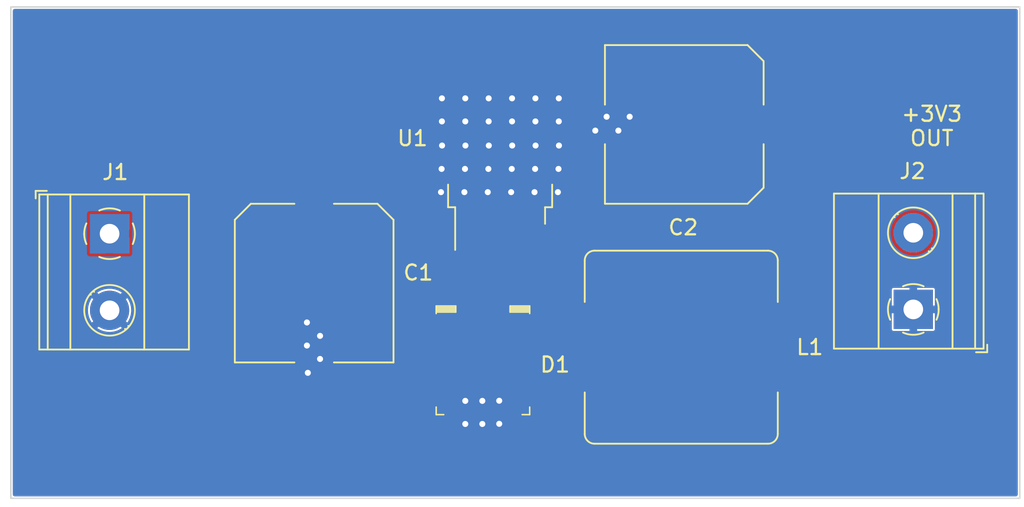
<source format=kicad_pcb>
(kicad_pcb (version 20211014) (generator pcbnew)
  (layers (0 "F.Cu" signal) (31 "B.Cu" signal) (34 "B.Paste" user) (35 "F.Paste" user) (36 "B.SilkS" user "B.Silkscreen") (37 "F.SilkS" user "F.Silkscreen") (38 "B.Mask" user) (39 "F.Mask" user) (44 "Edge.Cuts" user))
  (net 0 "")
  (net 1 "+12V")
  (net 2 "GND")
  (net 3 "+3V3")
  (net 4 "Net-(D1-Pad1)")
  (footprint "TerminalBlock_Phoenix:TerminalBlock_Phoenix_MKDS-1,5-2-5.08_1x02_P5.08mm_Horizontal" (layer "F.Cu") (at 83.715 96.635 -90)
    (fp_text reference "J1" (at -4.08 -0.38 180) (layer "F.SilkS"))
    (fp_text value "Screw_Terminal_01x02" hide)
    (fp_line (start 7.68 -5.261) (end 7.68 4.66) (layer "F.SilkS") (width 0.12))
    (fp_line (start -2.84 4.9) (end -2.34 4.9) (layer "F.SilkS") (width 0.12))
    (fp_line (start 3.853 1.023) (end 3.806 1.069) (layer "F.SilkS") (width 0.12))
    (fp_line (start -2.6 -5.261) (end -2.6 4.66) (layer "F.SilkS") (width 0.12))
    (fp_line (start -2.6 4.66) (end 7.68 4.66) (layer "F.SilkS") (width 0.12))
    (fp_line (start 6.355 -1.069) (end 6.308 -1.023) (layer "F.SilkS") (width 0.12))
    (fp_line (start -2.6 4.1) (end 7.68 4.1) (layer "F.SilkS") (width 0.12))
    (fp_line (start -2.6 -2.301) (end 7.68 -2.301) (layer "F.SilkS") (width 0.12))
    (fp_line (start -2.6 2.6) (end 7.68 2.6) (layer "F.SilkS") (width 0.12))
    (fp_line (start 6.15 -1.275) (end 6.115 -1.239) (layer "F.SilkS") (width 0.12))
    (fp_line (start -2.6 -5.261) (end 7.68 -5.261) (layer "F.SilkS") (width 0.12))
    (fp_line (start 4.046 1.239) (end 4.011 1.274) (layer "F.SilkS") (width 0.12))
    (fp_line (start -2.84 4.16) (end -2.84 4.9) (layer "F.SilkS") (width 0.12))
    (fp_arc (start 0.028805 1.680253) (mid -0.335551 1.646659) (end -0.684 1.535) (layer "F.SilkS") (width 0.12))
    (fp_arc (start 0.683318 1.534756) (mid 0.349292 1.643288) (end 0 1.68) (layer "F.SilkS") (width 0.12))
    (fp_arc (start 1.535427 -0.683042) (mid 1.680501 0.000524) (end 1.535 0.684) (layer "F.SilkS") (width 0.12))
    (fp_arc (start -0.683042 -1.535427) (mid 0.000524 -1.680501) (end 0.684 -1.535) (layer "F.SilkS") (width 0.12))
    (fp_arc (start -1.535427 0.683042) (mid -1.680501 -0.000524) (end -1.535 -0.684) (layer "F.SilkS") (width 0.12))
    (fp_circle (center 5.08 0) (end 6.76 0) (layer "F.SilkS") (width 0.12) (fill none))
    (pad "1" thru_hole rect locked (at 0 0 270) (size 2.6 2.6) (drill 1.3) (layers *.Cu *.Mask) (net 1 "+12V"))
    (pad "2" thru_hole circle locked (at 5.08 0 270) (size 2.6 2.6) (drill 1.3) (layers *.Cu *.Mask) (net 2 "GND"))
  )
  (footprint "TerminalBlock_Phoenix:TerminalBlock_Phoenix_MKDS-1,5-2-5.08_1x02_P5.08mm_Horizontal" (layer "F.Cu") (at 137.005 101.655 90)
    (fp_text reference "J2" (at 9.165 -0.055) (layer "F.SilkS"))
    (fp_text value "Screw_Terminal_01x02" hide)
    (fp_line (start -2.6 4.1) (end 7.68 4.1) (layer "F.SilkS") (width 0.12))
    (fp_line (start -2.6 2.6) (end 7.68 2.6) (layer "F.SilkS") (width 0.12))
    (fp_line (start -2.6 -5.261) (end 7.68 -5.261) (layer "F.SilkS") (width 0.12))
    (fp_line (start -2.6 4.66) (end 7.68 4.66) (layer "F.SilkS") (width 0.12))
    (fp_line (start 4.046 1.239) (end 4.011 1.274) (layer "F.SilkS") (width 0.12))
    (fp_line (start 6.15 -1.275) (end 6.115 -1.239) (layer "F.SilkS") (width 0.12))
    (fp_line (start -2.84 4.16) (end -2.84 4.9) (layer "F.SilkS") (width 0.12))
    (fp_line (start 3.853 1.023) (end 3.806 1.069) (layer "F.SilkS") (width 0.12))
    (fp_line (start 7.68 -5.261) (end 7.68 4.66) (layer "F.SilkS") (width 0.12))
    (fp_line (start -2.6 -2.301) (end 7.68 -2.301) (layer "F.SilkS") (width 0.12))
    (fp_line (start 6.355 -1.069) (end 6.308 -1.023) (layer "F.SilkS") (width 0.12))
    (fp_line (start -2.6 -5.261) (end -2.6 4.66) (layer "F.SilkS") (width 0.12))
    (fp_line (start -2.84 4.9) (end -2.34 4.9) (layer "F.SilkS") (width 0.12))
    (fp_arc (start 0.028805 1.680253) (mid -0.335551 1.646659) (end -0.684 1.535) (layer "F.SilkS") (width 0.12))
    (fp_arc (start 1.535427 -0.683042) (mid 1.680501 0.000524) (end 1.535 0.684) (layer "F.SilkS") (width 0.12))
    (fp_arc (start -0.683042 -1.535427) (mid 0.000524 -1.680501) (end 0.684 -1.535) (layer "F.SilkS") (width 0.12))
    (fp_arc (start -1.535427 0.683042) (mid -1.680501 -0.000524) (end -1.535 -0.684) (layer "F.SilkS") (width 0.12))
    (fp_arc (start 0.683318 1.534756) (mid 0.349292 1.643288) (end 0 1.68) (layer "F.SilkS") (width 0.12))
    (fp_circle (center 5.08 0) (end 6.76 0) (layer "F.SilkS") (width 0.12) (fill none))
    (pad "1" thru_hole rect locked (at 0 0 90) (size 2.6 2.6) (drill 1.3) (layers *.Cu *.Mask) (net 2 "GND"))
    (pad "2" thru_hole circle locked (at 5.08 0 90) (size 2.6 2.6) (drill 1.3) (layers *.Cu *.Mask) (net 3 "+3V3"))
  )
  (footprint "Capacitor_SMD:C_Elec_10x10.2" (layer "F.Cu") (at 97.279993 99.910011 -90)
    (fp_text reference "C1" (at -0.69 -6.9 180) (layer "F.SilkS"))
    (fp_text value "680uF")
    (fp_line (start -4.195563 5.26) (end 5.26 5.26) (layer "F.SilkS") (width 0.12))
    (fp_line (start -5.26 -4.195563) (end -4.195563 -5.26) (layer "F.SilkS") (width 0.12))
    (fp_line (start -4.195563 -5.26) (end 5.26 -5.26) (layer "F.SilkS") (width 0.12))
    (fp_line (start -5.26 4.195563) (end -5.26 1.31) (layer "F.SilkS") (width 0.12))
    (fp_line (start -5.26 4.195563) (end -4.195563 5.26) (layer "F.SilkS") (width 0.12))
    (fp_line (start -5.26 -4.195563) (end -5.26 -1.31) (layer "F.SilkS") (width 0.12))
    (fp_line (start 5.26 5.26) (end 5.26 1.31) (layer "F.SilkS") (width 0.12))
    (fp_line (start 5.26 -5.26) (end 5.26 -1.31) (layer "F.SilkS") (width 0.12))
    (pad "1" smd roundrect locked (at -4.4 0 270) (size 4.6 2.1) (layers "F.Cu" "F.Paste" "F.Mask") (roundrect_rratio 0.119048) (net 1 "+12V"))
    (pad "2" smd roundrect locked (at 4.4 0 270) (size 4.6 2.1) (layers "F.Cu" "F.Paste" "F.Mask") (roundrect_rratio 0.119048) (net 2 "GND"))
  )
  (footprint "DK:DO-214AB" (layer "F.Cu") (at 108.469989 105.029991 -90)
    (fp_text reference "D1" (at 0.290009 -4.780011 180) (layer "F.SilkS"))
    (fp_text value "1N5824")
    (fp_line (start -3.4 -3.1) (end -3.4 -1.8) (layer "F.SilkS") (width 0.1))
    (fp_line (start 3.6 -3.1) (end 3.1 -3.1) (layer "F.SilkS") (width 0.1))
    (fp_line (start -3.4 3.1) (end -3.4 1.8) (layer "F.SilkS") (width 0.1))
    (fp_line (start -3.5 -3.1) (end -3.5 -1.8) (layer "F.SilkS") (width 0.1))
    (fp_line (start -3.5 3.1) (end -3.5 1.8) (layer "F.SilkS") (width 0.1))
    (fp_line (start -3.2 3.1) (end -3.2 1.8) (layer "F.SilkS") (width 0.1))
    (fp_line (start -3.3 3.1) (end -3.3 1.8) (layer "F.SilkS") (width 0.1))
    (fp_line (start 3.6 3.1) (end 3.6 2.6) (layer "F.SilkS") (width 0.1))
    (fp_line (start -3.6 3.1) (end -3.1 3.1) (layer "F.SilkS") (width 0.1))
    (fp_line (start -3.2 -3.1) (end -3.2 -1.8) (layer "F.SilkS") (width 0.1))
    (fp_line (start 3.6 -3.1) (end 3.6 -2.6) (layer "F.SilkS") (width 0.1))
    (fp_line (start -3.6 1.8) (end -3.2 1.8) (layer "F.SilkS") (width 0.1))
    (fp_line (start -3.6 -3.1) (end -3.1 -3.1) (layer "F.SilkS") (width 0.1))
    (fp_line (start 3.6 3.1) (end 3.1 3.1) (layer "F.SilkS") (width 0.1))
    (fp_line (start -3.3 -3.1) (end -3.3 -1.8) (layer "F.SilkS") (width 0.1))
    (fp_line (start -3.6 3.1) (end -3.6 1.8) (layer "F.SilkS") (width 0.1))
    (fp_line (start -3.6 -1.8) (end -3.2 -1.8) (layer "F.SilkS") (width 0.1))
    (fp_line (start -3.6 -3.1) (end -3.6 -1.8) (layer "F.SilkS") (width 0.1))
    (pad "1" smd rect locked (at -3.45 0 270) (size 2.5 3.3) (layers "F.Cu" "F.Paste" "F.Mask") (net 4 "Net-(D1-Pad1)"))
    (pad "2" smd rect locked (at 3.45 0.01 270) (size 2.5 3.3) (layers "F.Cu" "F.Paste" "F.Mask") (net 2 "GND"))
  )
  (footprint "Capacitor_SMD:C_Elec_10x10.2" (layer "F.Cu") (at 121.82 89.39 180)
    (fp_text reference "C2" (at 0.07 -6.83) (layer "F.SilkS"))
    (fp_text value "560uF 35V")
    (fp_line (start -5.26 -4.195563) (end -5.26 -1.31) (layer "F.SilkS") (width 0.12))
    (fp_line (start -4.195563 -5.26) (end 5.26 -5.26) (layer "F.SilkS") (width 0.12))
    (fp_line (start -5.26 4.195563) (end -5.26 1.31) (layer "F.SilkS") (width 0.12))
    (fp_line (start -5.26 -4.195563) (end -4.195563 -5.26) (layer "F.SilkS") (width 0.12))
    (fp_line (start -4.195563 5.26) (end 5.26 5.26) (layer "F.SilkS") (width 0.12))
    (fp_line (start 5.26 5.26) (end 5.26 1.31) (layer "F.SilkS") (width 0.12))
    (fp_line (start -5.26 4.195563) (end -4.195563 5.26) (layer "F.SilkS") (width 0.12))
    (fp_line (start 5.26 -5.26) (end 5.26 -1.31) (layer "F.SilkS") (width 0.12))
    (pad "1" smd roundrect locked (at -4.4 0 180) (size 4.6 2.1) (layers "F.Cu" "F.Paste" "F.Mask") (roundrect_rratio 0.119048) (net 3 "+3V3"))
    (pad "2" smd roundrect locked (at 4.4 0 180) (size 4.6 2.1) (layers "F.Cu" "F.Paste" "F.Mask") (roundrect_rratio 0.119048) (net 2 "GND"))
  )
  (footprint "Inductor_SMD:L_Bourns_SRR1260" (layer "F.Cu") (at 121.62 104.16)
    (fp_text reference "L1" (at 8.52 0) (layer "F.SilkS"))
    (fp_text value "33uH")
    (fp_line (start -5.75 -6.4) (end 5.75 -6.4) (layer "F.SilkS") (width 0.12))
    (fp_line (start 5.75 6.4) (end -5.75 6.4) (layer "F.SilkS") (width 0.12))
    (fp_line (start -6.4 -5.75) (end -6.4 -3) (layer "F.SilkS") (width 0.12))
    (fp_line (start 6.4 3) (end 6.4 5.75) (layer "F.SilkS") (width 0.12))
    (fp_line (start -6.4 3) (end -6.4 5.75) (layer "F.SilkS") (width 0.12))
    (fp_line (start 6.4 -5.75) (end 6.4 -3) (layer "F.SilkS") (width 0.12))
    (fp_arc (start -6.4 -5.75) (mid -6.209619 -6.209619) (end -5.75 -6.4) (layer "F.SilkS") (width 0.12))
    (fp_arc (start 5.75 -6.4) (mid 6.209619 -6.209619) (end 6.4 -5.75) (layer "F.SilkS") (width 0.12))
    (fp_arc (start 6.4 5.75) (mid 6.209619 6.209619) (end 5.75 6.4) (layer "F.SilkS") (width 0.12))
    (fp_arc (start -5.75 6.4) (mid -6.209619 6.209619) (end -6.4 5.75) (layer "F.SilkS") (width 0.12))
    (pad "1" smd rect locked (at -4.85 0) (size 2.9 5.4) (layers "F.Cu" "F.Paste" "F.Mask") (net 4 "Net-(D1-Pad1)"))
    (pad "2" smd rect locked (at 4.85 0) (size 2.9 5.4) (layers "F.Cu" "F.Paste" "F.Mask") (net 3 "+3V3"))
  )
  (footprint "Package_TO_SOT_SMD:TO-252-5_TabPin3" (layer "F.Cu") (at 109.61 92.41 90)
    (fp_text reference "U1" (at 2.1 -5.81 180) (layer "F.SilkS"))
    (fp_text value "LM2596S-3.3")
    (fp_line (start -0.97 -3.45) (end -2.47 -3.45) (layer "F.SilkS") (width 0.12))
    (fp_line (start -0.97 3.45) (end -2.47 3.45) (layer "F.SilkS") (width 0.12))
    (fp_line (start -2.47 -3.45) (end -2.47 -2.98) (layer "F.SilkS") (width 0.12))
    (fp_line (start -2.47 2.98) (end -3.57 2.98) (layer "F.SilkS") (width 0.12))
    (fp_line (start -2.47 3.45) (end -2.47 2.98) (layer "F.SilkS") (width 0.12))
    (fp_line (start -2.47 -2.98) (end -5.3 -2.98) (layer "F.SilkS") (width 0.12))
    (pad "1" smd rect locked (at -4.2 -2.28 90) (size 2.2 0.8) (layers "F.Cu" "F.Paste" "F.Mask") (net 1 "+12V"))
    (pad "2" smd rect locked (at -4.2 -1.14 90) (size 2.2 0.8) (layers "F.Cu" "F.Paste" "F.Mask") (net 4 "Net-(D1-Pad1)"))
    (pad "3" smd rect locked (at -4.2 0 90) (size 2.2 0.8) (layers "F.Cu" "F.Paste" "F.Mask") (net 2 "GND"))
    (pad "3" smd rect locked (at 2.1 0 90) (size 6.4 5.8) (layers "F.Cu" "F.Mask") (net 2 "GND"))
    (pad "4" smd rect locked (at -4.2 1.14 90) (size 2.2 0.8) (layers "F.Cu" "F.Paste" "F.Mask") (net 3 "+3V3"))
    (pad "5" smd rect locked (at -4.2 2.28 90) (size 2.2 0.8) (layers "F.Cu" "F.Paste" "F.Mask") (net 2 "GND"))
  )
  (gr_rect (start 77.17 81.6) (end 144.06 114.18) (layer "Edge.Cuts") (width 0.1) (fill none))
  (gr_text "+12V\n IN\n" (at 83.55 88.83) (layer "F.Cu") (effects (font (size 1.5 1.5) (thickness 0.3))))
  (gr_text "+3V3\nOUT\n" (at 138.23 89.5) (layer "F.SilkS") (effects (font (size 1 1))))
  (segment (start 112.68 90.14) (end 112.57 90.03) (width 0.762) (layer "F.Cu") (net 2))
  (segment (start 110.53 89.39) (end 109.61 90.31) (width 0.762) (layer "F.Cu") (net 2))
  (segment (start 114.84 90.14) (end 112.68 90.14) (width 0.762) (layer "F.Cu") (net 2))
  (segment (start 117.42 89.39) (end 115.27 89.39) (width 0.762) (layer "F.Cu") (net 2))
  (segment (start 115.27 89.39) (end 114.74 88.86) (width 0.762) (layer "F.Cu") (net 2))
  (segment (start 117.42 89.39) (end 115.59 89.39) (width 0.762) (layer "F.Cu") (net 2))
  (segment (start 114.74 88.86) (end 112.63 88.86) (width 0.762) (layer "F.Cu") (net 2))
  (segment (start 111.89 92.59) (end 109.61 90.31) (width 0.762) (layer "F.Cu") (net 2))
  (segment (start 117.42 89.39) (end 115.89 89.39) (width 0.762) (layer "F.Cu") (net 2))
  (segment (start 115.59 89.39) (end 114.84 90.14) (width 0.762) (layer "F.Cu") (net 2))
  (segment (start 117.42 89.39) (end 110.53 89.39) (width 0.762) (layer "F.Cu") (net 2))
  (segment (start 109.61 96.61) (end 109.61 90.31) (width 0.762) (layer "F.Cu") (net 2))
  (segment (start 115.89 89.39) (end 115.2 88.7) (width 0.762) (layer "F.Cu") (net 2))
  (segment (start 111.89 96.61) (end 111.89 92.59) (width 0.762) (layer "F.Cu") (net 2))
  (via (at 108.86 90.79) (size 0.8) (drill 0.4) (layers "F.Cu" "B.Cu") (net 2))
  (via (at 111.93 92.34) (size 0.8) (drill 0.4) (layers "F.Cu" "B.Cu") (net 2))
  (via (at 115.92 89.8) (size 0.8) (drill 0.4) (layers "F.Cu" "B.Cu") (net 2))
  (via (at 105.73 92.34) (size 0.8) (drill 0.4) (layers "F.Cu" "B.Cu") (net 2))
  (via (at 108.79 93.88) (size 0.8) (drill 0.4) (layers "F.Cu" "B.Cu") (net 2))
  (via (at 108.43 107.72) (size 0.8) (drill 0.4) (layers "F.Cu" "B.Cu") (net 2))
  (via (at 110.34 93.88) (size 0.8) (drill 0.4) (layers "F.Cu" "B.Cu") (net 2))
  (via (at 107.28 92.34) (size 0.8) (drill 0.4) (layers "F.Cu" "B.Cu") (net 2))
  (via (at 108.85 89.19) (size 0.8) (drill 0.4) (layers "F.Cu" "B.Cu") (net 2))
  (via (at 111.96 90.79) (size 0.8) (drill 0.4) (layers "F.Cu" "B.Cu") (net 2))
  (via (at 107.3 107.72) (size 0.8) (drill 0.4) (layers "F.Cu" "B.Cu") (net 2))
  (via (at 110.4 89.19) (size 0.8) (drill 0.4) (layers "F.Cu" "B.Cu") (net 2))
  (via (at 113.51 90.79) (size 0.8) (drill 0.4) (layers "F.Cu" "B.Cu") (net 2))
  (via (at 113.48 92.34) (size 0.8) (drill 0.4) (layers "F.Cu" "B.Cu") (net 2))
  (via (at 107.3 87.66) (size 0.8) (drill 0.4) (layers "F.Cu" "B.Cu") (net 2))
  (via (at 113.5 89.19) (size 0.8) (drill 0.4) (layers "F.Cu" "B.Cu") (net 2))
  (via (at 97.67 104.94) (size 0.8) (drill 0.4) (layers "F.Cu" "B.Cu") (net 2))
  (via (at 111.95 87.66) (size 0.8) (drill 0.4) (layers "F.Cu" "B.Cu") (net 2))
  (via (at 105.75 89.19) (size 0.8) (drill 0.4) (layers "F.Cu" "B.Cu") (net 2))
  (via (at 109.55 109.24) (size 0.8) (drill 0.4) (layers "F.Cu" "B.Cu") (net 2))
  (via (at 107.31 90.79) (size 0.8) (drill 0.4) (layers "F.Cu" "B.Cu") (net 2))
  (via (at 109.55 107.71) (size 0.8) (drill 0.4) (layers "F.Cu" "B.Cu") (net 2))
  (via (at 113.44 93.88) (size 0.8) (drill 0.4) (layers "F.Cu" "B.Cu") (net 2))
  (via (at 108.43 109.25) (size 0.8) (drill 0.4) (layers "F.Cu" "B.Cu") (net 2))
  (via (at 110.4 87.66) (size 0.8) (drill 0.4) (layers "F.Cu" "B.Cu") (net 2))
  (via (at 96.8 104.05) (size 0.8) (drill 0.4) (layers "F.Cu" "B.Cu") (net 2))
  (via (at 107.3 109.25) (size 0.8) (drill 0.4) (layers "F.Cu" "B.Cu") (net 2))
  (via (at 105.69 93.88) (size 0.8) (drill 0.4) (layers "F.Cu" "B.Cu") (net 2))
  (via (at 118.2 88.88) (size 0.8) (drill 0.4) (layers "F.Cu" "B.Cu") (net 2))
  (via (at 107.24 93.88) (size 0.8) (drill 0.4) (layers "F.Cu" "B.Cu") (net 2))
  (via (at 107.3 89.19) (size 0.8) (drill 0.4) (layers "F.Cu" "B.Cu") (net 2))
  (via (at 111.95 89.19) (size 0.8) (drill 0.4) (layers "F.Cu" "B.Cu") (net 2))
  (via (at 96.8 102.52) (size 0.8) (drill 0.4) (layers "F.Cu" "B.Cu") (net 2))
  (via (at 96.86 105.86) (size 0.8) (drill 0.4) (layers "F.Cu" "B.Cu") (net 2))
  (via (at 111.89 93.88) (size 0.8) (drill 0.4) (layers "F.Cu" "B.Cu") (net 2))
  (via (at 113.5 87.66) (size 0.8) (drill 0.4) (layers "F.Cu" "B.Cu") (net 2))
  (via (at 105.75 87.66) (size 0.8) (drill 0.4) (layers "F.Cu" "B.Cu") (net 2))
  (via (at 110.38 92.34) (size 0.8) (drill 0.4) (layers "F.Cu" "B.Cu") (net 2))
  (via (at 105.76 90.79) (size 0.8) (drill 0.4) (layers "F.Cu" "B.Cu") (net 2))
  (via (at 108.85 87.66) (size 0.8) (drill 0.4) (layers "F.Cu" "B.Cu") (net 2))
  (via (at 97.67 103.41) (size 0.8) (drill 0.4) (layers "F.Cu" "B.Cu") (net 2))
  (via (at 116.67 88.88) (size 0.8) (drill 0.4) (layers "F.Cu" "B.Cu") (net 2))
  (via (at 108.83 92.34) (size 0.8) (drill 0.4) (layers "F.Cu" "B.Cu") (net 2))
  (via (at 110.41 90.79) (size 0.8) (drill 0.4) (layers "F.Cu" "B.Cu") (net 2))
  (via (at 117.45 89.8) (size 0.8) (drill 0.4) (layers "F.Cu" "B.Cu") (net 2))
  (segment (start 126.06 99.15) (end 126.22 98.99) (width 1.016) (layer "F.Cu") (net 3))
  (segment (start 127.21 90.38) (end 127.21 90.61) (width 1.016) (layer "F.Cu") (net 3))
  (segment (start 126.47 102.19) (end 125.33 101.05) (width 1.016) (layer "F.Cu") (net 3))
  (segment (start 126.22 98.99) (end 126.22 103.91) (width 1.016) (layer "F.Cu") (net 3))
  (segment (start 126.22 103.91) (end 126.47 104.16) (width 1.016) (layer "F.Cu") (net 3))
  (segment (start 111.095 99.025) (end 110.75 98.68) (width 1.016) (layer "F.Cu") (net 3))
  (segment (start 127.11 101.46) (end 127.11 90.28) (width 1.016) (layer "F.Cu") (net 3))
  (segment (start 112.805 98.805) (end 111.095 98.805) (width 1.016) (layer "F.Cu") (net 3))
  (segment (start 113.26 98.35) (end 112.805 98.805) (width 1.016) (layer "F.Cu") (net 3))
  (segment (start 126.47 102.1) (end 127.11 101.46) (width 1.016) (layer "F.Cu") (net 3))
  (segment (start 110.75 98.68) (end 110.75 96.61) (width 1.016) (layer "F.Cu") (net 3))
  (segment (start 126.47 104.16) (end 126.47 102.19) (width 1.016) (layer "F.Cu") (net 3))
  (segment (start 126.219991 89.389991) (end 126.219991 97.760003) (width 1.016) (layer "F.Cu") (net 3))
  (segment (start 125.63 98.35) (end 113.26 98.35) (width 1.016) (layer "F.Cu") (net 3))
  (segment (start 127.11 90.28) (end 127.21 90.38) (width 1.016) (layer "F.Cu") (net 3))
  (segment (start 111.03 98.98) (end 111.2 99.15) (width 1.016) (layer "F.Cu") (net 3))
  (segment (start 111.2 99.15) (end 126.06 99.15) (width 1.016) (layer "F.Cu") (net 3))
  (segment (start 126.22 97.76) (end 125.63 98.35) (width 1.016) (layer "F.Cu") (net 3))
  (segment (start 125.33 101.05) (end 125.33 90.67) (width 1.016) (layer "F.Cu") (net 3))
  (segment (start 126.47 104.16) (end 126.47 102.1) (width 1.016) (layer "F.Cu") (net 3))
  (segment (start 111.095 98.805) (end 111.095 99.025) (width 1.016) (layer "F.Cu") (net 3))
  (segment (start 126.22 98.99) (end 126.22 97.76) (width 1.016) (layer "F.Cu") (net 3))
  (segment (start 109.62 101.58) (end 110.36 100.84) (width 1.016) (layer "F.Cu") (net 4))
  (segment (start 111.22 102.5) (end 113.53 104.81) (width 1.016) (layer "F.Cu") (net 4))
  (segment (start 113.95 104.16) (end 116.77 104.16) (width 1.016) (layer "F.Cu") (net 4))
  (segment (start 111.37 101.58) (end 113.95 104.16) (width 1.016) (layer "F.Cu") (net 4))
  (segment (start 113.53 104.81) (end 115.31 104.81) (width 1.016) (layer "F.Cu") (net 4))
  (segment (start 108.47 101.58) (end 109.39 102.5) (width 1.016) (layer "F.Cu") (net 4))
  (segment (start 109.2 98.7) (end 108.63 98.13) (width 0.762) (layer "F.Cu") (net 4))
  (segment (start 108.47 101.58) (end 109.62 101.58) (width 1.016) (layer "F.Cu") (net 4))
  (segment (start 110.36 100.84) (end 111.97 100.84) (width 1.016) (layer "F.Cu") (net 4))
  (segment (start 108.47 96.61) (end 108.47 98.13) (width 1.016) (layer "F.Cu") (net 4))
  (segment (start 108.47 101.58) (end 111.37 101.58) (width 1.016) (layer "F.Cu") (net 4))
  (segment (start 108.469989 101.010011) (end 109.2 100.28) (width 0.762) (layer "F.Cu") (net 4))
  (segment (start 109.2 100.28) (end 109.2 98.7) (width 0.762) (layer "F.Cu") (net 4))
  (segment (start 109.39 102.5) (end 111.22 102.5) (width 1.016) (layer "F.Cu") (net 4))
  (segment (start 108.469989 101.579991) (end 108.469989 101.010011) (width 0.762) (layer "F.Cu") (net 4))
  (segment (start 108.63 98.13) (end 108.47 98.13) (width 0.762) (layer "F.Cu") (net 4))
  (segment (start 108.47 98.13) (end 108.47 101.58) (width 1.016) (layer "F.Cu") (net 4))
  (segment (start 114.41 103.28) (end 115.13 103.28) (width 1.016) (layer "F.Cu") (net 4))
  (segment (start 111.97 100.84) (end 114.41 103.28) (width 1.016) (layer "F.Cu") (net 4))
  (zone (net 1) (net_name "+12V") (layer "F.Cu") (connect_pads (clearance 0)) (min_thickness 0.254) (fill yes (thermal_gap 0) (thermal_bridge_width 0.508))
    (polygon (pts (xy 99.707858 94.927103) (xy 107.73 94.94) (xy 107.74 98.09) (xy 107.74 98.57) (xy 95.16 98.61) (xy 95.16 92.2) (xy 99.697858 92.207103)))
  )
  (zone (net 3) (net_name "+3V3") (layer "F.Cu") (connect_pads (clearance 0)) (min_thickness 0.254) (fill yes (thermal_gap 0) (thermal_bridge_width 0.508))
    (polygon (pts (xy 139.28 87.84) (xy 139.27 98.81) (xy 134.2 98.84) (xy 134.21 91.06) (xy 123.49 91.04) (xy 123.56 87.84) (xy 138.51 87.81)))
  )
  (zone (net 1) (net_name "+12V") (layer "F.Cu") (connect_pads (clearance 0)) (min_thickness 0.254) (fill yes (thermal_gap 0) (thermal_bridge_width 0.508))
    (polygon (pts (xy 95.39 93.73) (xy 95.37 93.99) (xy 95.37 98.61) (xy 81.26 98.61) (xy 81.24 93.71)))
  )
  (zone (net 2) (net_name "GND") (layer "B.Cu") (connect_pads (clearance 0.127)) (min_thickness 0.254) (fill yes (thermal_gap 0.127) (thermal_bridge_width 0.508))
    (polygon (pts (xy 144.36 114.78) (xy 76.45 114.79) (xy 76.49 81.21) (xy 144.36 81.14)))
  )
)
</source>
